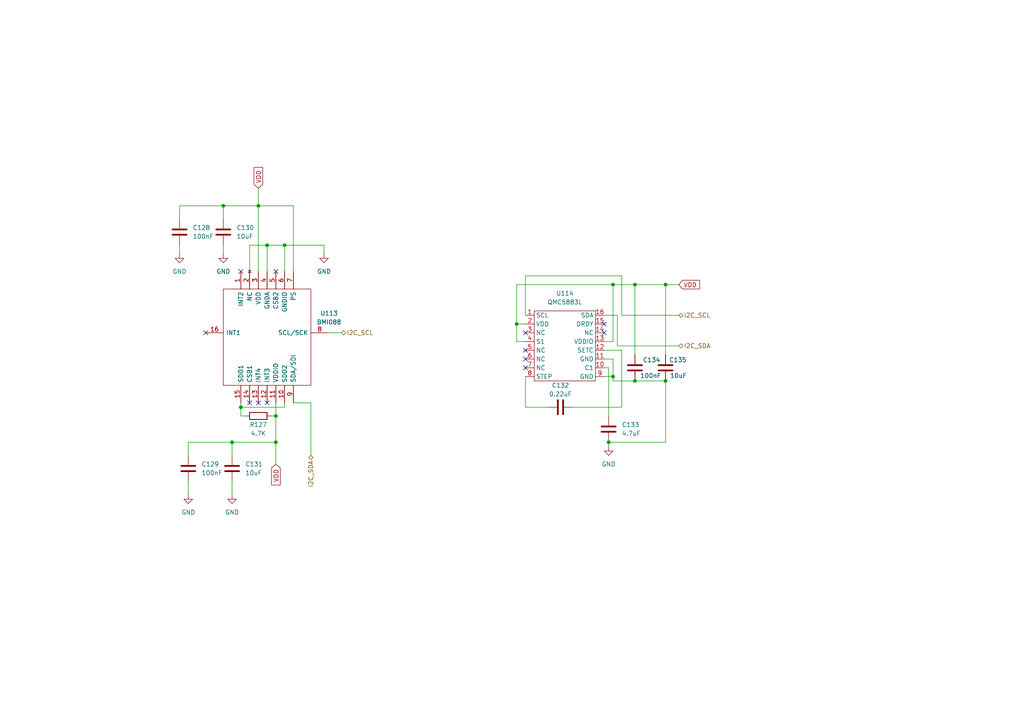
<source format=kicad_sch>
(kicad_sch (version 20231120) (generator "eeschema") (generator_version "8.0")
  (paper "A4")
  (lib_symbols
    (symbol "Device:C" (pin_numbers hide) (pin_names (offset 0.254))
      (property "Reference" "C" (at 0.635 2.54 0))
      (property "Value" "C" (at 0.635 -2.54 0))
      (symbol "C_0_1"
        (polyline (pts (xy -2.032 -0.762) (xy 2.032 -0.762)) (stroke (width 0.508)))
        (polyline (pts (xy -2.032 0.762) (xy 2.032 0.762)) (stroke (width 0.508)))
      )
      (symbol "C_1_1"
        (pin passive line (at 0 3.81 270) (length 2.794) (name "~") (number "1"))
        (pin passive line (at 0 -3.81 90) (length 2.794) (name "~") (number "2"))
      )
    )
    (symbol "Device:R" (pin_numbers hide) (pin_names (offset 0))
      (property "Reference" "R" (at 2.032 0 90))
      (property "Value" "R" (at 0 0 90))
      (symbol "R_0_1"
        (rectangle (start -1.016 -2.54) (end 1.016 2.54) (stroke (width 0.254)))
      )
      (symbol "R_1_1"
        (pin passive line (at 0 3.81 270) (length 1.27) (name "~") (number "1"))
        (pin passive line (at 0 -3.81 90) (length 1.27) (name "~") (number "2"))
      )
    )
    (symbol "SamacSys_Parts:BMI088" (pin_names (offset 0.762))
      (property "Reference" "IC" (at 31.75 17.78 0))
      (property "Value" "BMI088" (at 31.75 15.24 0))
      (symbol "BMI088_0_0"
        (pin passive line (at 10.16 17.78 270) (length 5.08) (name "INT2") (number "1"))
        (pin passive line (at 22.86 -20.32 90) (length 5.08) (name "SDO2") (number "10"))
        (pin passive line (at 20.32 -20.32 90) (length 5.08) (name "VDDIO") (number "11"))
        (pin passive line (at 17.78 -20.32 90) (length 5.08) (name "INT3") (number "12"))
        (pin passive line (at 15.24 -20.32 90) (length 5.08) (name "INT4") (number "13"))
        (pin passive line (at 12.7 -20.32 90) (length 5.08) (name "CSB1") (number "14"))
        (pin passive line (at 10.16 -20.32 90) (length 5.08) (name "SDO1") (number "15"))
        (pin passive line (at 0 0 0) (length 5.08) (name "INT1") (number "16"))
        (pin no_connect line (at 12.7 17.78 270) (length 5.08) (name "NC") (number "2"))
        (pin passive line (at 15.24 17.78 270) (length 5.08) (name "VDD") (number "3"))
        (pin passive line (at 17.78 17.78 270) (length 5.08) (name "GNDA") (number "4"))
        (pin passive line (at 20.32 17.78 270) (length 5.08) (name "CSB2") (number "5"))
        (pin passive line (at 22.86 17.78 270) (length 5.08) (name "GNDIO") (number "6"))
        (pin passive line (at 25.4 17.78 270) (length 5.08) (name "PS") (number "7"))
        (pin passive line (at 35.56 0 180) (length 5.08) (name "SCL/SCK") (number "8"))
        (pin passive line (at 25.4 -20.32 90) (length 5.08) (name "SDA/SDI") (number "9"))
      )
      (symbol "BMI088_0_1"
        (polyline (pts (xy 5.08 12.7) (xy 30.48 12.7) (xy 30.48 -15.24) (xy 5.08 -15.24) (xy 5.08 12.7)) (stroke (width 0.1524)))
      )
    )
    (symbol "WOBCLibrary:_QMC5883L"
      (property "Reference" "U" (at 0 2.54 0))
      (property "シンボル名" "_QMC5883L" (at 0 0 0))
      (symbol "_QMC5883L_0_1"
        (rectangle (start -8.89 -2.54) (end 8.89 -22.86))
      )
      (symbol "_QMC5883L_1_1"
        (pin input line (at -11.43 -3.81 0) (length 2.54) (name "SCL") (number "1"))
        (pin input line (at 11.43 -19.05 180) (length 2.54) (name "C1") (number "10"))
        (pin input line (at 11.43 -16.51 180) (length 2.54) (name "GND") (number "11"))
        (pin input line (at 11.43 -13.97 180) (length 2.54) (name "SETC") (number "12"))
        (pin input line (at 11.43 -11.43 180) (length 2.54) (name "VDDIO") (number "13"))
        (pin input line (at 11.43 -8.89 180) (length 2.54) (name "NC") (number "14"))
        (pin input line (at 11.43 -6.35 180) (length 2.54) (name "DRDY") (number "15"))
        (pin input line (at 11.43 -3.81 180) (length 2.54) (name "SDA") (number "16"))
        (pin input line (at -11.43 -6.35 0) (length 2.54) (name "VDD") (number "2"))
        (pin input line (at -11.43 -8.89 0) (length 2.54) (name "NC") (number "3"))
        (pin input line (at -11.43 -11.43 0) (length 2.54) (name "S1") (number "4"))
        (pin input line (at -11.43 -13.97 0) (length 2.54) (name "NC") (number "5"))
        (pin input line (at -11.43 -16.51 0) (length 2.54) (name "NC") (number "6"))
        (pin input line (at -11.43 -19.05 0) (length 2.54) (name "NC") (number "7"))
        (pin input line (at -11.43 -21.59 0) (length 2.54) (name "STEP") (number "8"))
        (pin input line (at 11.43 -21.59 180) (length 2.54) (name "GND") (number "9"))
      )
    )
    (symbol "power:GND" (power) (pin_names (offset 0))
      (property "Value" "GND" (at 0 -3.81 0))
      (symbol "GND_0_1"
        (polyline (pts (xy 0 0) (xy 0 -1.27) (xy 1.27 -1.27) (xy 0 -2.54) (xy -1.27 -1.27) (xy 0 -1.27)))
      )
      (symbol "GND_1_1"
        (pin power_in line (at 0 0 270) (length 0) hide (name "GND") (number "1"))
      )
    )
  )
  (junction (at 67.31 128.27))
  (junction (at 149.86 93.98))
  (junction (at 74.93 59.69))
  (junction (at 176.53 128.27))
  (junction (at 80.01 128.27))
  (junction (at 82.55 71.12))
  (junction (at 184.15 82.55))
  (junction (at 193.04 82.55))
  (junction (at 177.8 82.55))
  (junction (at 177.8 109.22))
  (junction (at 184.15 110.49))
  (junction (at 77.47 71.12))
  (junction (at 64.77 59.69))
  (junction (at 69.85 118.11))
  (junction (at 193.04 110.49))
  (junction (at 80.01 120.65))
  (no_connect (at 77.47 116.84))
  (no_connect (at 74.93 116.84))
  (no_connect (at 59.69 96.52))
  (no_connect (at 72.39 116.84))
  (no_connect (at 69.85 78.74))
  (no_connect (at 152.4 101.6))
  (no_connect (at 152.4 106.68))
  (no_connect (at 152.4 96.52))
  (no_connect (at 175.26 93.98))
  (no_connect (at 152.4 104.14))
  (no_connect (at 80.01 78.74))
  (no_connect (at 175.26 96.52))
  (wire (pts (xy 52.07 59.69) (xy 64.77 59.69)))
  (wire (pts (xy 184.15 82.55) (xy 193.04 82.55)))
  (wire (pts (xy 149.86 93.98) (xy 149.86 99.06)))
  (wire (pts (xy 193.04 82.55) (xy 193.04 102.87)))
  (wire (pts (xy 180.34 80.01) (xy 180.34 91.44)))
  (wire (pts (xy 175.26 109.22) (xy 177.8 109.22)))
  (wire (pts (xy 179.07 91.44) (xy 179.07 100.33)))
  (wire (pts (xy 175.26 99.06) (xy 177.8 99.06)))
  (wire (pts (xy 77.47 71.12) (xy 82.55 71.12)))
  (wire (pts (xy 176.53 106.68) (xy 176.53 120.65)))
  (wire (pts (xy 69.85 118.11) (xy 69.85 116.84)))
  (wire (pts (xy 175.26 91.44) (xy 179.07 91.44)))
  (wire (pts (xy 54.61 132.08) (xy 54.61 128.27)))
  (wire (pts (xy 82.55 116.84) (xy 82.55 118.11)))
  (wire (pts (xy 64.77 71.12) (xy 64.77 73.66)))
  (wire (pts (xy 80.01 120.65) (xy 80.01 128.27)))
  (wire (pts (xy 152.4 91.44) (xy 152.4 80.01)))
  (wire (pts (xy 177.8 82.55) (xy 177.8 99.06)))
  (wire (pts (xy 179.07 100.33) (xy 196.85 100.33)))
  (wire (pts (xy 152.4 118.11) (xy 158.75 118.11)))
  (wire (pts (xy 193.04 82.55) (xy 196.85 82.55)))
  (wire (pts (xy 64.77 59.69) (xy 74.93 59.69)))
  (wire (pts (xy 180.34 91.44) (xy 196.85 91.44)))
  (wire (pts (xy 152.4 80.01) (xy 180.34 80.01)))
  (wire (pts (xy 184.15 82.55) (xy 184.15 102.87)))
  (wire (pts (xy 175.26 104.14) (xy 177.8 104.14)))
  (wire (pts (xy 176.53 128.27) (xy 176.53 129.54)))
  (wire (pts (xy 64.77 63.5) (xy 64.77 59.69)))
  (wire (pts (xy 82.55 118.11) (xy 69.85 118.11)))
  (wire (pts (xy 82.55 71.12) (xy 93.98 71.12)))
  (wire (pts (xy 77.47 71.12) (xy 77.47 78.74)))
  (wire (pts (xy 193.04 110.49) (xy 193.04 128.27)))
  (wire (pts (xy 74.93 54.61) (xy 74.93 59.69)))
  (wire (pts (xy 80.01 128.27) (xy 80.01 134.62)))
  (wire (pts (xy 180.34 101.6) (xy 180.34 118.11)))
  (wire (pts (xy 177.8 104.14) (xy 177.8 109.22)))
  (wire (pts (xy 80.01 116.84) (xy 80.01 120.65)))
  (wire (pts (xy 90.17 116.84) (xy 85.09 116.84)))
  (wire (pts (xy 177.8 110.49) (xy 177.8 109.22)))
  (wire (pts (xy 72.39 78.74) (xy 72.39 71.12)))
  (wire (pts (xy 69.85 120.65) (xy 69.85 118.11)))
  (wire (pts (xy 67.31 128.27) (xy 80.01 128.27)))
  (wire (pts (xy 74.93 59.69) (xy 74.93 78.74)))
  (wire (pts (xy 152.4 109.22) (xy 152.4 118.11)))
  (wire (pts (xy 78.74 120.65) (xy 80.01 120.65)))
  (wire (pts (xy 71.12 120.65) (xy 69.85 120.65)))
  (wire (pts (xy 52.07 71.12) (xy 52.07 73.66)))
  (wire (pts (xy 184.15 110.49) (xy 193.04 110.49)))
  (wire (pts (xy 54.61 128.27) (xy 67.31 128.27)))
  (wire (pts (xy 95.25 96.52) (xy 99.06 96.52)))
  (wire (pts (xy 175.26 101.6) (xy 180.34 101.6)))
  (wire (pts (xy 193.04 128.27) (xy 176.53 128.27)))
  (wire (pts (xy 177.8 82.55) (xy 184.15 82.55)))
  (wire (pts (xy 67.31 132.08) (xy 67.31 128.27)))
  (wire (pts (xy 149.86 82.55) (xy 149.86 93.98)))
  (wire (pts (xy 85.09 78.74) (xy 85.09 59.69)))
  (wire (pts (xy 149.86 99.06) (xy 152.4 99.06)))
  (wire (pts (xy 93.98 71.12) (xy 93.98 73.66)))
  (wire (pts (xy 72.39 71.12) (xy 77.47 71.12)))
  (wire (pts (xy 85.09 59.69) (xy 74.93 59.69)))
  (wire (pts (xy 52.07 63.5) (xy 52.07 59.69)))
  (wire (pts (xy 54.61 139.7) (xy 54.61 143.51)))
  (wire (pts (xy 180.34 118.11) (xy 166.37 118.11)))
  (wire (pts (xy 67.31 139.7) (xy 67.31 143.51)))
  (wire (pts (xy 152.4 93.98) (xy 149.86 93.98)))
  (wire (pts (xy 82.55 71.12) (xy 82.55 78.74)))
  (wire (pts (xy 90.17 116.84) (xy 90.17 132.08)))
  (wire (pts (xy 177.8 110.49) (xy 184.15 110.49)))
  (wire (pts (xy 177.8 82.55) (xy 149.86 82.55)))
  (wire (pts (xy 175.26 106.68) (xy 176.53 106.68)))
  (global_label "VDD" (shape input) (at 74.93 54.61 90) (property "Intersheetrefs" "${INTERSHEET_REFS}" (effects (hide yes))))
  (global_label "VDD" (shape input) (at 80.01 134.62 270) (property "Intersheetrefs" "${INTERSHEET_REFS}" (effects (hide yes))))
  (global_label "VDD" (shape input) (at 196.85 82.55 0) (property "Intersheetrefs" "${INTERSHEET_REFS}" (effects (hide yes))))
  (hierarchical_label "I2C_SCL" (shape bidirectional) (at 99.06 96.52 0))
  (hierarchical_label "I2C_SCL" (shape bidirectional) (at 196.85 91.44 0))
  (hierarchical_label "I2C_SDA" (shape bidirectional) (at 90.17 132.08 270))
  (hierarchical_label "I2C_SDA" (shape bidirectional) (at 196.85 100.33 0))
  (symbol (lib_id "Device:C") (at 64.77 67.31 0) (unit 1)
    (property "Reference" "C130" (at 68.58 66.04 0) (effects (justify left)))
    (property "Value" "10uF" (at 68.58 68.58 0) (effects (justify left)))
    (property "Footprint" "Capacitor_SMD:C_0603_1608Metric" (effects (hide yes)))
    (property "LCSC" "C96446" (effects (hide yes)))
  )
  (symbol (lib_id "Device:C") (at 52.07 67.31 0) (unit 1)
    (property "Reference" "C128" (at 55.88 66.04 0) (effects (justify left)))
    (property "Value" "100nF" (at 55.88 68.58 0) (effects (justify left)))
    (property "Footprint" "Capacitor_SMD:C_0402_1005Metric" (effects (hide yes)))
    (property "LCSC" "C1525" (effects (hide yes)))
  )
  (symbol (lib_id "power:GND") (at 93.98 73.66 0) (unit 1)
    (property "Reference" "#PWR0168" (effects (hide yes)))
    (property "Value" "GND" (at 93.98 78.74 0))
  )
  (symbol (lib_id "power:GND") (at 52.07 73.66 0) (unit 1)
    (property "Reference" "#PWR0164" (effects (hide yes)))
    (property "Value" "GND" (at 52.07 78.74 0))
  )
  (symbol (lib_id "Device:C") (at 54.61 135.89 0) (unit 1)
    (property "Reference" "C129" (at 58.42 134.62 0) (effects (justify left)))
    (property "Value" "100nF" (at 58.42 137.16 0) (effects (justify left)))
    (property "Footprint" "Capacitor_SMD:C_0402_1005Metric" (effects (hide yes)))
    (property "LCSC" "C1525" (effects (hide yes)))
  )
  (symbol (lib_id "power:GND") (at 67.31 143.51 0) (unit 1)
    (property "Reference" "#PWR0167" (effects (hide yes)))
    (property "Value" "GND" (at 67.31 148.59 0))
  )
  (symbol (lib_id "power:GND") (at 54.61 143.51 0) (unit 1)
    (property "Reference" "#PWR0165" (effects (hide yes)))
    (property "Value" "GND" (at 54.61 148.59 0))
  )
  (symbol (lib_id "SamacSys_Parts:BMI088") (at 59.69 96.52 0) (unit 1)
    (property "Reference" "U113" (at 95.443 90.8754 0))
    (property "Value" "BMI088" (at 95.443 93.4154 0))
    (property "Footprint" "WOBCLibrary:BMI088" (effects (hide yes)))
    (property "Datasheet" "http://uk.rs-online.com/web/p/products/2457367P" (effects (hide yes)))
    (property "Description" "Inertial Measurement Unit Digital Output 2.5V/3.3V Automotive" (effects (hide yes)))
    (property "Height" "1.45" (effects (hide yes)))
    (property "RS Part Number" "2457367P" (effects (hide yes)))
    (property "RS Price/Stock" "http://uk.rs-online.com/web/p/products/2457367P" (effects (hide yes)))
    (property "Manufacturer_Name" "BOSCH" (effects (hide yes)))
    (property "Manufacturer_Part_Number" "BMI088" (effects (hide yes)))
    (property "LCSC" "C194919" (effects (hide yes)))
  )
  (symbol (lib_id "Device:R") (at 74.93 120.65 90) (unit 1)
    (property "Reference" "R127" (at 74.93 123.19 90))
    (property "Value" "4.7K" (at 74.93 125.73 90))
    (property "Footprint" "Resistor_SMD:R_0402_1005Metric" (effects (hide yes)))
    (property "LCSC" "C25900" (effects (hide yes)))
  )
  (symbol (lib_id "WOBCLibrary:_QMC5883L") (at 163.83 87.63 0) (unit 1)
    (property "Reference" "U114" (at 163.83 85.09 0))
    (property "Value" "QMC5883L" (at 163.83 87.63 0))
    (property "Footprint" "WOBClibraries:_HMC5883L" (effects (hide yes)))
    (property "シンボル名" "_QMC5883L" (effects (hide yes)))
    (property "LCSC" "C976032" (effects (hide yes)))
  )
  (symbol (lib_id "power:GND") (at 64.77 73.66 0) (unit 1)
    (property "Reference" "#PWR0166" (effects (hide yes)))
    (property "Value" "GND" (at 64.77 78.74 0))
  )
  (symbol (lib_id "Device:C") (at 184.15 106.68 0) (unit 1)
    (property "Reference" "C134" (at 186.436 104.394 0) (effects (justify left)))
    (property "Value" "100nF" (at 185.674 108.966 0) (effects (justify left)))
    (property "Footprint" "Capacitor_SMD:C_0402_1005Metric" (effects (hide yes)))
    (property "LCSC" "C1525" (effects (hide yes)))
  )
  (symbol (lib_id "power:GND") (at 176.53 129.54 0) (unit 1)
    (property "Reference" "#PWR0169" (effects (hide yes)))
    (property "Value" "GND" (at 176.53 134.62 0))
  )
  (symbol (lib_id "Device:C") (at 176.53 124.46 0) (unit 1)
    (property "Reference" "C133" (at 180.34 123.19 0) (effects (justify left)))
    (property "Value" "4.7uF" (at 180.34 125.73 0) (effects (justify left)))
    (property "Footprint" "Capacitor_SMD:C_0603_1608Metric" (effects (hide yes)))
    (property "LCSC" "C19666" (effects (hide yes)))
  )
  (symbol (lib_id "Device:C") (at 193.04 106.68 0) (unit 1)
    (property "Reference" "C135" (at 194.056 104.394 0) (effects (justify left)))
    (property "Value" "10uF" (at 194.31 108.966 0) (effects (justify left)))
    (property "Footprint" "Capacitor_SMD:C_0603_1608Metric" (effects (hide yes)))
    (property "LCSC" "C96446" (effects (hide yes)))
  )
  (symbol (lib_id "Device:C") (at 162.56 118.11 270) (unit 1)
    (property "Reference" "C132" (at 162.56 111.76 90))
    (property "Value" "0.22uF" (at 162.56 114.3 90))
    (property "Footprint" "Capacitor_SMD:C_0402_1005Metric" (effects (hide yes)))
    (property "LCSC" "C16772" (effects (hide yes)))
  )
  (symbol (lib_id "Device:C") (at 67.31 135.89 0) (unit 1)
    (property "Reference" "C131" (at 71.12 134.62 0) (effects (justify left)))
    (property "Value" "10uF" (at 71.12 137.16 0) (effects (justify left)))
    (property "Footprint" "Capacitor_SMD:C_0603_1608Metric" (effects (hide yes)))
    (property "LCSC" "C96446" (effects (hide yes)))
  )
)
</source>
